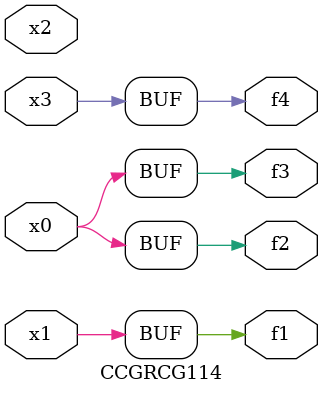
<source format=v>
module CCGRCG114(
	input x0, x1, x2, x3,
	output f1, f2, f3, f4
);
	assign f1 = x1;
	assign f2 = x0;
	assign f3 = x0;
	assign f4 = x3;
endmodule

</source>
